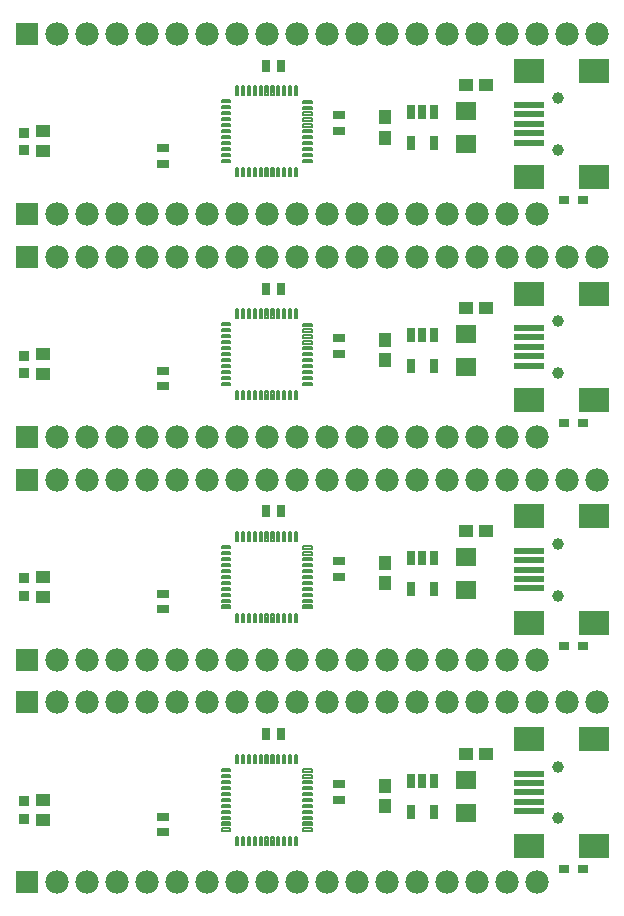
<source format=gts>
G75*
G70*
%OFA0B0*%
%FSLAX25Y25*%
%IPPOS*%
%LPD*%
%AMOC8*
5,1,8,0,0,1.08239X$1,22.5*
%
%ADD10R,0.03160X0.03940*%
%ADD13C,0.00750*%
%ADD19R,0.10240X0.08270*%
%ADD20R,0.04730X0.04340*%
%ADD22R,0.03550X0.03550*%
%ADD23R,0.10240X0.02370*%
%ADD26R,0.02570X0.05120*%
%ADD27C,0.03940*%
%ADD28R,0.03940X0.03160*%
%ADD31R,0.03750X0.03160*%
%ADD40R,0.07800X0.07800*%
%ADD41R,0.04340X0.04730*%
%ADD42R,0.06700X0.05910*%
%ADD44C,0.07800*%
X0010000Y0010000D02*
G75*
%LPD*%
D20*
X0022400Y0037950D03*
X0022400Y0044650D03*
X0163450Y0059900D03*
X0170140Y0059900D03*
D42*
X0163410Y0051280D03*
X0163410Y0040250D03*
D28*
X0121230Y0044650D03*
X0121230Y0049770D03*
X0062600Y0038860D03*
X0062600Y0033740D03*
D31*
X0196040Y0021500D03*
X0202340Y0021500D03*
D26*
X0152650Y0040650D03*
X0145170Y0040650D03*
X0145170Y0050880D03*
X0148910Y0050880D03*
X0152650Y0050880D03*
D40*
X0017000Y0017000D03*
X0017000Y0077000D03*
D44*
X0027000Y0077000D03*
X0037000Y0077000D03*
X0047000Y0077000D03*
X0057000Y0077000D03*
X0067000Y0077000D03*
X0077000Y0077000D03*
X0087000Y0077000D03*
X0097000Y0077000D03*
X0107000Y0077000D03*
X0117000Y0077000D03*
X0127000Y0077000D03*
X0137000Y0077000D03*
X0147000Y0077000D03*
X0157000Y0077000D03*
X0167000Y0077000D03*
X0177000Y0077000D03*
X0187000Y0077000D03*
X0197000Y0077000D03*
X0207000Y0077000D03*
X0187000Y0017000D03*
X0177000Y0017000D03*
X0167000Y0017000D03*
X0157000Y0017000D03*
X0147000Y0017000D03*
X0137000Y0017000D03*
X0127000Y0017000D03*
X0117000Y0017000D03*
X0107000Y0017000D03*
X0097000Y0017000D03*
X0087000Y0017000D03*
X0077000Y0017000D03*
X0067000Y0017000D03*
X0057000Y0017000D03*
X0047000Y0017000D03*
X0037000Y0017000D03*
X0027000Y0017000D03*
D41*
X0136410Y0042420D03*
X0136410Y0049110D03*
D22*
X0016000Y0044050D03*
X0016000Y0038150D03*
D13*
X0082000Y0038210D02*
X0084800Y0038210D01*
X0082000Y0038210D02*
X0082000Y0038970D01*
X0084800Y0038970D01*
X0084800Y0038210D01*
X0084800Y0038950D02*
X0082000Y0038950D01*
X0082000Y0040180D02*
X0084800Y0040180D01*
X0082000Y0040180D02*
X0082000Y0040940D01*
X0084800Y0040940D01*
X0084800Y0040180D01*
X0084800Y0040920D02*
X0082000Y0040920D01*
X0082100Y0042120D02*
X0084900Y0042120D01*
X0082100Y0042120D02*
X0082100Y0042880D01*
X0084900Y0042880D01*
X0084900Y0042120D01*
X0084900Y0042860D02*
X0082100Y0042860D01*
X0082100Y0044120D02*
X0084900Y0044120D01*
X0082100Y0044120D02*
X0082100Y0044880D01*
X0084900Y0044880D01*
X0084900Y0044120D01*
X0084900Y0044860D02*
X0082100Y0044860D01*
X0082100Y0046120D02*
X0084900Y0046120D01*
X0082100Y0046120D02*
X0082100Y0046880D01*
X0084900Y0046880D01*
X0084900Y0046120D01*
X0084900Y0046860D02*
X0082100Y0046860D01*
X0082100Y0048120D02*
X0084900Y0048120D01*
X0082100Y0048120D02*
X0082100Y0048880D01*
X0084900Y0048880D01*
X0084900Y0048120D01*
X0084900Y0048860D02*
X0082100Y0048860D01*
X0082100Y0050120D02*
X0084900Y0050120D01*
X0082100Y0050120D02*
X0082100Y0050880D01*
X0084900Y0050880D01*
X0084900Y0050120D01*
X0084900Y0050860D02*
X0082100Y0050860D01*
X0082100Y0052120D02*
X0084900Y0052120D01*
X0082100Y0052120D02*
X0082100Y0052880D01*
X0084900Y0052880D01*
X0084900Y0052120D01*
X0084900Y0052860D02*
X0082100Y0052860D01*
X0082100Y0054120D02*
X0084900Y0054120D01*
X0082100Y0054120D02*
X0082100Y0054880D01*
X0084900Y0054880D01*
X0084900Y0054120D01*
X0084900Y0054860D02*
X0082100Y0054860D01*
X0086770Y0056690D02*
X0087530Y0056690D01*
X0086770Y0056690D02*
X0086770Y0059490D01*
X0087530Y0059490D01*
X0087530Y0056690D01*
X0087530Y0057430D02*
X0086770Y0057430D01*
X0086770Y0058170D02*
X0087530Y0058170D01*
X0087530Y0058910D02*
X0086770Y0058910D01*
X0088740Y0056690D02*
X0089500Y0056690D01*
X0088740Y0056690D02*
X0088740Y0059490D01*
X0089500Y0059490D01*
X0089500Y0056690D01*
X0089500Y0057430D02*
X0088740Y0057430D01*
X0088740Y0058170D02*
X0089500Y0058170D01*
X0089500Y0058910D02*
X0088740Y0058910D01*
X0090710Y0056690D02*
X0091470Y0056690D01*
X0090710Y0056690D02*
X0090710Y0059490D01*
X0091470Y0059490D01*
X0091470Y0056690D01*
X0091470Y0057430D02*
X0090710Y0057430D01*
X0090710Y0058170D02*
X0091470Y0058170D01*
X0091470Y0058910D02*
X0090710Y0058910D01*
X0092680Y0056690D02*
X0093440Y0056690D01*
X0092680Y0056690D02*
X0092680Y0059490D01*
X0093440Y0059490D01*
X0093440Y0056690D01*
X0093440Y0057430D02*
X0092680Y0057430D01*
X0092680Y0058170D02*
X0093440Y0058170D01*
X0093440Y0058910D02*
X0092680Y0058910D01*
X0094650Y0056690D02*
X0095410Y0056690D01*
X0094650Y0056690D02*
X0094650Y0059490D01*
X0095410Y0059490D01*
X0095410Y0056690D01*
X0095410Y0057430D02*
X0094650Y0057430D01*
X0094650Y0058170D02*
X0095410Y0058170D01*
X0095410Y0058910D02*
X0094650Y0058910D01*
X0096620Y0056690D02*
X0097380Y0056690D01*
X0096620Y0056690D02*
X0096620Y0059490D01*
X0097380Y0059490D01*
X0097380Y0056690D01*
X0097380Y0057430D02*
X0096620Y0057430D01*
X0096620Y0058170D02*
X0097380Y0058170D01*
X0097380Y0058910D02*
X0096620Y0058910D01*
X0098580Y0056690D02*
X0099340Y0056690D01*
X0098580Y0056690D02*
X0098580Y0059490D01*
X0099340Y0059490D01*
X0099340Y0056690D01*
X0099340Y0057430D02*
X0098580Y0057430D01*
X0098580Y0058170D02*
X0099340Y0058170D01*
X0099340Y0058910D02*
X0098580Y0058910D01*
X0100550Y0056690D02*
X0101310Y0056690D01*
X0100550Y0056690D02*
X0100550Y0059490D01*
X0101310Y0059490D01*
X0101310Y0056690D01*
X0101310Y0057430D02*
X0100550Y0057430D01*
X0100550Y0058170D02*
X0101310Y0058170D01*
X0101310Y0058910D02*
X0100550Y0058910D01*
X0102520Y0056690D02*
X0103280Y0056690D01*
X0102520Y0056690D02*
X0102520Y0059490D01*
X0103280Y0059490D01*
X0103280Y0056690D01*
X0103280Y0057430D02*
X0102520Y0057430D01*
X0102520Y0058170D02*
X0103280Y0058170D01*
X0103280Y0058910D02*
X0102520Y0058910D01*
X0104490Y0056690D02*
X0105250Y0056690D01*
X0104490Y0056690D02*
X0104490Y0059490D01*
X0105250Y0059490D01*
X0105250Y0056690D01*
X0105250Y0057430D02*
X0104490Y0057430D01*
X0104490Y0058170D02*
X0105250Y0058170D01*
X0105250Y0058910D02*
X0104490Y0058910D01*
X0106460Y0056690D02*
X0107220Y0056690D01*
X0106460Y0056690D02*
X0106460Y0059490D01*
X0107220Y0059490D01*
X0107220Y0056690D01*
X0107220Y0057430D02*
X0106460Y0057430D01*
X0106460Y0058170D02*
X0107220Y0058170D01*
X0107220Y0058910D02*
X0106460Y0058910D01*
X0109190Y0053960D02*
X0111990Y0053960D01*
X0109190Y0053960D02*
X0109190Y0054720D01*
X0111990Y0054720D01*
X0111990Y0053960D01*
X0111990Y0054700D02*
X0109190Y0054700D01*
X0109190Y0051990D02*
X0111990Y0051990D01*
X0109190Y0051990D02*
X0109190Y0052750D01*
X0111990Y0052750D01*
X0111990Y0051990D01*
X0111990Y0052730D02*
X0109190Y0052730D01*
X0109190Y0050030D02*
X0111990Y0050030D01*
X0109190Y0050030D02*
X0109190Y0050790D01*
X0111990Y0050790D01*
X0111990Y0050030D01*
X0111990Y0050770D02*
X0109190Y0050770D01*
X0109190Y0048060D02*
X0111990Y0048060D01*
X0109190Y0048060D02*
X0109190Y0048820D01*
X0111990Y0048820D01*
X0111990Y0048060D01*
X0111990Y0048800D02*
X0109190Y0048800D01*
X0109190Y0046090D02*
X0111990Y0046090D01*
X0109190Y0046090D02*
X0109190Y0046850D01*
X0111990Y0046850D01*
X0111990Y0046090D01*
X0111990Y0046830D02*
X0109190Y0046830D01*
X0109190Y0044120D02*
X0111990Y0044120D01*
X0109190Y0044120D02*
X0109190Y0044880D01*
X0111990Y0044880D01*
X0111990Y0044120D01*
X0111990Y0044860D02*
X0109190Y0044860D01*
X0109190Y0042150D02*
X0111990Y0042150D01*
X0109190Y0042150D02*
X0109190Y0042910D01*
X0111990Y0042910D01*
X0111990Y0042150D01*
X0111990Y0042890D02*
X0109190Y0042890D01*
X0109190Y0040180D02*
X0111990Y0040180D01*
X0109190Y0040180D02*
X0109190Y0040940D01*
X0111990Y0040940D01*
X0111990Y0040180D01*
X0111990Y0040920D02*
X0109190Y0040920D01*
X0109190Y0038210D02*
X0111990Y0038210D01*
X0109190Y0038210D02*
X0109190Y0038970D01*
X0111990Y0038970D01*
X0111990Y0038210D01*
X0111990Y0038950D02*
X0109190Y0038950D01*
X0109190Y0036250D02*
X0111990Y0036250D01*
X0109190Y0036250D02*
X0109190Y0037010D01*
X0111990Y0037010D01*
X0111990Y0036250D01*
X0111990Y0036990D02*
X0109190Y0036990D01*
X0109190Y0034280D02*
X0111990Y0034280D01*
X0109190Y0034280D02*
X0109190Y0035040D01*
X0111990Y0035040D01*
X0111990Y0034280D01*
X0111990Y0035020D02*
X0109190Y0035020D01*
X0107220Y0029510D02*
X0106460Y0029510D01*
X0106460Y0032310D01*
X0107220Y0032310D01*
X0107220Y0029510D01*
X0107220Y0030250D02*
X0106460Y0030250D01*
X0106460Y0030990D02*
X0107220Y0030990D01*
X0107220Y0031730D02*
X0106460Y0031730D01*
X0105250Y0029510D02*
X0104490Y0029510D01*
X0104490Y0032310D01*
X0105250Y0032310D01*
X0105250Y0029510D01*
X0105250Y0030250D02*
X0104490Y0030250D01*
X0104490Y0030990D02*
X0105250Y0030990D01*
X0105250Y0031730D02*
X0104490Y0031730D01*
X0103280Y0029510D02*
X0102520Y0029510D01*
X0102520Y0032310D01*
X0103280Y0032310D01*
X0103280Y0029510D01*
X0103280Y0030250D02*
X0102520Y0030250D01*
X0102520Y0030990D02*
X0103280Y0030990D01*
X0103280Y0031730D02*
X0102520Y0031730D01*
X0101310Y0029510D02*
X0100550Y0029510D01*
X0100550Y0032310D01*
X0101310Y0032310D01*
X0101310Y0029510D01*
X0101310Y0030250D02*
X0100550Y0030250D01*
X0100550Y0030990D02*
X0101310Y0030990D01*
X0101310Y0031730D02*
X0100550Y0031730D01*
X0099340Y0029510D02*
X0098580Y0029510D01*
X0098580Y0032310D01*
X0099340Y0032310D01*
X0099340Y0029510D01*
X0099340Y0030250D02*
X0098580Y0030250D01*
X0098580Y0030990D02*
X0099340Y0030990D01*
X0099340Y0031730D02*
X0098580Y0031730D01*
X0097380Y0029510D02*
X0096620Y0029510D01*
X0096620Y0032310D01*
X0097380Y0032310D01*
X0097380Y0029510D01*
X0097380Y0030250D02*
X0096620Y0030250D01*
X0096620Y0030990D02*
X0097380Y0030990D01*
X0097380Y0031730D02*
X0096620Y0031730D01*
X0095410Y0029510D02*
X0094650Y0029510D01*
X0094650Y0032310D01*
X0095410Y0032310D01*
X0095410Y0029510D01*
X0095410Y0030250D02*
X0094650Y0030250D01*
X0094650Y0030990D02*
X0095410Y0030990D01*
X0095410Y0031730D02*
X0094650Y0031730D01*
X0093440Y0029510D02*
X0092680Y0029510D01*
X0092680Y0032310D01*
X0093440Y0032310D01*
X0093440Y0029510D01*
X0093440Y0030250D02*
X0092680Y0030250D01*
X0092680Y0030990D02*
X0093440Y0030990D01*
X0093440Y0031730D02*
X0092680Y0031730D01*
X0091470Y0029510D02*
X0090710Y0029510D01*
X0090710Y0032310D01*
X0091470Y0032310D01*
X0091470Y0029510D01*
X0091470Y0030250D02*
X0090710Y0030250D01*
X0090710Y0030990D02*
X0091470Y0030990D01*
X0091470Y0031730D02*
X0090710Y0031730D01*
X0089500Y0029510D02*
X0088740Y0029510D01*
X0088740Y0032310D01*
X0089500Y0032310D01*
X0089500Y0029510D01*
X0089500Y0030250D02*
X0088740Y0030250D01*
X0088740Y0030990D02*
X0089500Y0030990D01*
X0089500Y0031730D02*
X0088740Y0031730D01*
X0087530Y0029510D02*
X0086770Y0029510D01*
X0086770Y0032310D01*
X0087530Y0032310D01*
X0087530Y0029510D01*
X0087530Y0030250D02*
X0086770Y0030250D01*
X0086770Y0030990D02*
X0087530Y0030990D01*
X0087530Y0031730D02*
X0086770Y0031730D01*
X0084800Y0034280D02*
X0082000Y0034280D01*
X0082000Y0035040D01*
X0084800Y0035040D01*
X0084800Y0034280D01*
X0084800Y0035020D02*
X0082000Y0035020D01*
X0082000Y0036250D02*
X0084800Y0036250D01*
X0082000Y0036250D02*
X0082000Y0037010D01*
X0084800Y0037010D01*
X0084800Y0036250D01*
X0084800Y0036990D02*
X0082000Y0036990D01*
D10*
X0096850Y0066370D03*
X0101970Y0066370D03*
D23*
X0184350Y0053300D03*
X0184350Y0050150D03*
X0184350Y0047000D03*
X0184350Y0043850D03*
X0184350Y0040700D03*
D19*
X0184350Y0029280D03*
X0206010Y0029280D03*
X0206010Y0064720D03*
X0184350Y0064720D03*
D27*
X0194200Y0055660D03*
X0194200Y0038340D03*
X0010000Y0084300D02*
G75*
%LPD*%
D20*
X0022400Y0112250D03*
X0022400Y0118950D03*
X0163450Y0134200D03*
X0170140Y0134200D03*
D42*
X0163410Y0125580D03*
X0163410Y0114550D03*
D28*
X0121230Y0118950D03*
X0121230Y0124070D03*
X0062600Y0113160D03*
X0062600Y0108040D03*
D31*
X0196040Y0095800D03*
X0202340Y0095800D03*
D26*
X0152650Y0114950D03*
X0145170Y0114950D03*
X0145170Y0125180D03*
X0148910Y0125180D03*
X0152650Y0125180D03*
D40*
X0017000Y0091300D03*
X0017000Y0151300D03*
D44*
X0027000Y0151300D03*
X0037000Y0151300D03*
X0047000Y0151300D03*
X0057000Y0151300D03*
X0067000Y0151300D03*
X0077000Y0151300D03*
X0087000Y0151300D03*
X0097000Y0151300D03*
X0107000Y0151300D03*
X0117000Y0151300D03*
X0127000Y0151300D03*
X0137000Y0151300D03*
X0147000Y0151300D03*
X0157000Y0151300D03*
X0167000Y0151300D03*
X0177000Y0151300D03*
X0187000Y0151300D03*
X0197000Y0151300D03*
X0207000Y0151300D03*
X0187000Y0091300D03*
X0177000Y0091300D03*
X0167000Y0091300D03*
X0157000Y0091300D03*
X0147000Y0091300D03*
X0137000Y0091300D03*
X0127000Y0091300D03*
X0117000Y0091300D03*
X0107000Y0091300D03*
X0097000Y0091300D03*
X0087000Y0091300D03*
X0077000Y0091300D03*
X0067000Y0091300D03*
X0057000Y0091300D03*
X0047000Y0091300D03*
X0037000Y0091300D03*
X0027000Y0091300D03*
D41*
X0136410Y0116720D03*
X0136410Y0123410D03*
D22*
X0016000Y0118350D03*
X0016000Y0112450D03*
D13*
X0082000Y0112510D02*
X0084800Y0112510D01*
X0082000Y0112510D02*
X0082000Y0113270D01*
X0084800Y0113270D01*
X0084800Y0112510D01*
X0084800Y0113250D02*
X0082000Y0113250D01*
X0082000Y0114480D02*
X0084800Y0114480D01*
X0082000Y0114480D02*
X0082000Y0115240D01*
X0084800Y0115240D01*
X0084800Y0114480D01*
X0084800Y0115220D02*
X0082000Y0115220D01*
X0082100Y0116420D02*
X0084900Y0116420D01*
X0082100Y0116420D02*
X0082100Y0117180D01*
X0084900Y0117180D01*
X0084900Y0116420D01*
X0084900Y0117160D02*
X0082100Y0117160D01*
X0082100Y0118420D02*
X0084900Y0118420D01*
X0082100Y0118420D02*
X0082100Y0119180D01*
X0084900Y0119180D01*
X0084900Y0118420D01*
X0084900Y0119160D02*
X0082100Y0119160D01*
X0082100Y0120420D02*
X0084900Y0120420D01*
X0082100Y0120420D02*
X0082100Y0121180D01*
X0084900Y0121180D01*
X0084900Y0120420D01*
X0084900Y0121160D02*
X0082100Y0121160D01*
X0082100Y0122420D02*
X0084900Y0122420D01*
X0082100Y0122420D02*
X0082100Y0123180D01*
X0084900Y0123180D01*
X0084900Y0122420D01*
X0084900Y0123160D02*
X0082100Y0123160D01*
X0082100Y0124420D02*
X0084900Y0124420D01*
X0082100Y0124420D02*
X0082100Y0125180D01*
X0084900Y0125180D01*
X0084900Y0124420D01*
X0084900Y0125160D02*
X0082100Y0125160D01*
X0082100Y0126420D02*
X0084900Y0126420D01*
X0082100Y0126420D02*
X0082100Y0127180D01*
X0084900Y0127180D01*
X0084900Y0126420D01*
X0084900Y0127160D02*
X0082100Y0127160D01*
X0082100Y0128420D02*
X0084900Y0128420D01*
X0082100Y0128420D02*
X0082100Y0129180D01*
X0084900Y0129180D01*
X0084900Y0128420D01*
X0084900Y0129160D02*
X0082100Y0129160D01*
X0086770Y0130990D02*
X0087530Y0130990D01*
X0086770Y0130990D02*
X0086770Y0133790D01*
X0087530Y0133790D01*
X0087530Y0130990D01*
X0087530Y0131730D02*
X0086770Y0131730D01*
X0086770Y0132470D02*
X0087530Y0132470D01*
X0087530Y0133210D02*
X0086770Y0133210D01*
X0088740Y0130990D02*
X0089500Y0130990D01*
X0088740Y0130990D02*
X0088740Y0133790D01*
X0089500Y0133790D01*
X0089500Y0130990D01*
X0089500Y0131730D02*
X0088740Y0131730D01*
X0088740Y0132470D02*
X0089500Y0132470D01*
X0089500Y0133210D02*
X0088740Y0133210D01*
X0090710Y0130990D02*
X0091470Y0130990D01*
X0090710Y0130990D02*
X0090710Y0133790D01*
X0091470Y0133790D01*
X0091470Y0130990D01*
X0091470Y0131730D02*
X0090710Y0131730D01*
X0090710Y0132470D02*
X0091470Y0132470D01*
X0091470Y0133210D02*
X0090710Y0133210D01*
X0092680Y0130990D02*
X0093440Y0130990D01*
X0092680Y0130990D02*
X0092680Y0133790D01*
X0093440Y0133790D01*
X0093440Y0130990D01*
X0093440Y0131730D02*
X0092680Y0131730D01*
X0092680Y0132470D02*
X0093440Y0132470D01*
X0093440Y0133210D02*
X0092680Y0133210D01*
X0094650Y0130990D02*
X0095410Y0130990D01*
X0094650Y0130990D02*
X0094650Y0133790D01*
X0095410Y0133790D01*
X0095410Y0130990D01*
X0095410Y0131730D02*
X0094650Y0131730D01*
X0094650Y0132470D02*
X0095410Y0132470D01*
X0095410Y0133210D02*
X0094650Y0133210D01*
X0096620Y0130990D02*
X0097380Y0130990D01*
X0096620Y0130990D02*
X0096620Y0133790D01*
X0097380Y0133790D01*
X0097380Y0130990D01*
X0097380Y0131730D02*
X0096620Y0131730D01*
X0096620Y0132470D02*
X0097380Y0132470D01*
X0097380Y0133210D02*
X0096620Y0133210D01*
X0098580Y0130990D02*
X0099340Y0130990D01*
X0098580Y0130990D02*
X0098580Y0133790D01*
X0099340Y0133790D01*
X0099340Y0130990D01*
X0099340Y0131730D02*
X0098580Y0131730D01*
X0098580Y0132470D02*
X0099340Y0132470D01*
X0099340Y0133210D02*
X0098580Y0133210D01*
X0100550Y0130990D02*
X0101310Y0130990D01*
X0100550Y0130990D02*
X0100550Y0133790D01*
X0101310Y0133790D01*
X0101310Y0130990D01*
X0101310Y0131730D02*
X0100550Y0131730D01*
X0100550Y0132470D02*
X0101310Y0132470D01*
X0101310Y0133210D02*
X0100550Y0133210D01*
X0102520Y0130990D02*
X0103280Y0130990D01*
X0102520Y0130990D02*
X0102520Y0133790D01*
X0103280Y0133790D01*
X0103280Y0130990D01*
X0103280Y0131730D02*
X0102520Y0131730D01*
X0102520Y0132470D02*
X0103280Y0132470D01*
X0103280Y0133210D02*
X0102520Y0133210D01*
X0104490Y0130990D02*
X0105250Y0130990D01*
X0104490Y0130990D02*
X0104490Y0133790D01*
X0105250Y0133790D01*
X0105250Y0130990D01*
X0105250Y0131730D02*
X0104490Y0131730D01*
X0104490Y0132470D02*
X0105250Y0132470D01*
X0105250Y0133210D02*
X0104490Y0133210D01*
X0106460Y0130990D02*
X0107220Y0130990D01*
X0106460Y0130990D02*
X0106460Y0133790D01*
X0107220Y0133790D01*
X0107220Y0130990D01*
X0107220Y0131730D02*
X0106460Y0131730D01*
X0106460Y0132470D02*
X0107220Y0132470D01*
X0107220Y0133210D02*
X0106460Y0133210D01*
X0109190Y0128260D02*
X0111990Y0128260D01*
X0109190Y0128260D02*
X0109190Y0129020D01*
X0111990Y0129020D01*
X0111990Y0128260D01*
X0111990Y0129000D02*
X0109190Y0129000D01*
X0109190Y0126290D02*
X0111990Y0126290D01*
X0109190Y0126290D02*
X0109190Y0127050D01*
X0111990Y0127050D01*
X0111990Y0126290D01*
X0111990Y0127030D02*
X0109190Y0127030D01*
X0109190Y0124330D02*
X0111990Y0124330D01*
X0109190Y0124330D02*
X0109190Y0125090D01*
X0111990Y0125090D01*
X0111990Y0124330D01*
X0111990Y0125070D02*
X0109190Y0125070D01*
X0109190Y0122360D02*
X0111990Y0122360D01*
X0109190Y0122360D02*
X0109190Y0123120D01*
X0111990Y0123120D01*
X0111990Y0122360D01*
X0111990Y0123100D02*
X0109190Y0123100D01*
X0109190Y0120390D02*
X0111990Y0120390D01*
X0109190Y0120390D02*
X0109190Y0121150D01*
X0111990Y0121150D01*
X0111990Y0120390D01*
X0111990Y0121130D02*
X0109190Y0121130D01*
X0109190Y0118420D02*
X0111990Y0118420D01*
X0109190Y0118420D02*
X0109190Y0119180D01*
X0111990Y0119180D01*
X0111990Y0118420D01*
X0111990Y0119160D02*
X0109190Y0119160D01*
X0109190Y0116450D02*
X0111990Y0116450D01*
X0109190Y0116450D02*
X0109190Y0117210D01*
X0111990Y0117210D01*
X0111990Y0116450D01*
X0111990Y0117190D02*
X0109190Y0117190D01*
X0109190Y0114480D02*
X0111990Y0114480D01*
X0109190Y0114480D02*
X0109190Y0115240D01*
X0111990Y0115240D01*
X0111990Y0114480D01*
X0111990Y0115220D02*
X0109190Y0115220D01*
X0109190Y0112510D02*
X0111990Y0112510D01*
X0109190Y0112510D02*
X0109190Y0113270D01*
X0111990Y0113270D01*
X0111990Y0112510D01*
X0111990Y0113250D02*
X0109190Y0113250D01*
X0109190Y0110550D02*
X0111990Y0110550D01*
X0109190Y0110550D02*
X0109190Y0111310D01*
X0111990Y0111310D01*
X0111990Y0110550D01*
X0111990Y0111290D02*
X0109190Y0111290D01*
X0109190Y0108580D02*
X0111990Y0108580D01*
X0109190Y0108580D02*
X0109190Y0109340D01*
X0111990Y0109340D01*
X0111990Y0108580D01*
X0111990Y0109320D02*
X0109190Y0109320D01*
X0107220Y0103810D02*
X0106460Y0103810D01*
X0106460Y0106610D01*
X0107220Y0106610D01*
X0107220Y0103810D01*
X0107220Y0104550D02*
X0106460Y0104550D01*
X0106460Y0105290D02*
X0107220Y0105290D01*
X0107220Y0106030D02*
X0106460Y0106030D01*
X0105250Y0103810D02*
X0104490Y0103810D01*
X0104490Y0106610D01*
X0105250Y0106610D01*
X0105250Y0103810D01*
X0105250Y0104550D02*
X0104490Y0104550D01*
X0104490Y0105290D02*
X0105250Y0105290D01*
X0105250Y0106030D02*
X0104490Y0106030D01*
X0103280Y0103810D02*
X0102520Y0103810D01*
X0102520Y0106610D01*
X0103280Y0106610D01*
X0103280Y0103810D01*
X0103280Y0104550D02*
X0102520Y0104550D01*
X0102520Y0105290D02*
X0103280Y0105290D01*
X0103280Y0106030D02*
X0102520Y0106030D01*
X0101310Y0103810D02*
X0100550Y0103810D01*
X0100550Y0106610D01*
X0101310Y0106610D01*
X0101310Y0103810D01*
X0101310Y0104550D02*
X0100550Y0104550D01*
X0100550Y0105290D02*
X0101310Y0105290D01*
X0101310Y0106030D02*
X0100550Y0106030D01*
X0099340Y0103810D02*
X0098580Y0103810D01*
X0098580Y0106610D01*
X0099340Y0106610D01*
X0099340Y0103810D01*
X0099340Y0104550D02*
X0098580Y0104550D01*
X0098580Y0105290D02*
X0099340Y0105290D01*
X0099340Y0106030D02*
X0098580Y0106030D01*
X0097380Y0103810D02*
X0096620Y0103810D01*
X0096620Y0106610D01*
X0097380Y0106610D01*
X0097380Y0103810D01*
X0097380Y0104550D02*
X0096620Y0104550D01*
X0096620Y0105290D02*
X0097380Y0105290D01*
X0097380Y0106030D02*
X0096620Y0106030D01*
X0095410Y0103810D02*
X0094650Y0103810D01*
X0094650Y0106610D01*
X0095410Y0106610D01*
X0095410Y0103810D01*
X0095410Y0104550D02*
X0094650Y0104550D01*
X0094650Y0105290D02*
X0095410Y0105290D01*
X0095410Y0106030D02*
X0094650Y0106030D01*
X0093440Y0103810D02*
X0092680Y0103810D01*
X0092680Y0106610D01*
X0093440Y0106610D01*
X0093440Y0103810D01*
X0093440Y0104550D02*
X0092680Y0104550D01*
X0092680Y0105290D02*
X0093440Y0105290D01*
X0093440Y0106030D02*
X0092680Y0106030D01*
X0091470Y0103810D02*
X0090710Y0103810D01*
X0090710Y0106610D01*
X0091470Y0106610D01*
X0091470Y0103810D01*
X0091470Y0104550D02*
X0090710Y0104550D01*
X0090710Y0105290D02*
X0091470Y0105290D01*
X0091470Y0106030D02*
X0090710Y0106030D01*
X0089500Y0103810D02*
X0088740Y0103810D01*
X0088740Y0106610D01*
X0089500Y0106610D01*
X0089500Y0103810D01*
X0089500Y0104550D02*
X0088740Y0104550D01*
X0088740Y0105290D02*
X0089500Y0105290D01*
X0089500Y0106030D02*
X0088740Y0106030D01*
X0087530Y0103810D02*
X0086770Y0103810D01*
X0086770Y0106610D01*
X0087530Y0106610D01*
X0087530Y0103810D01*
X0087530Y0104550D02*
X0086770Y0104550D01*
X0086770Y0105290D02*
X0087530Y0105290D01*
X0087530Y0106030D02*
X0086770Y0106030D01*
X0084800Y0108580D02*
X0082000Y0108580D01*
X0082000Y0109340D01*
X0084800Y0109340D01*
X0084800Y0108580D01*
X0084800Y0109320D02*
X0082000Y0109320D01*
X0082000Y0110550D02*
X0084800Y0110550D01*
X0082000Y0110550D02*
X0082000Y0111310D01*
X0084800Y0111310D01*
X0084800Y0110550D01*
X0084800Y0111290D02*
X0082000Y0111290D01*
D10*
X0096850Y0140670D03*
X0101970Y0140670D03*
D23*
X0184350Y0127600D03*
X0184350Y0124450D03*
X0184350Y0121300D03*
X0184350Y0118150D03*
X0184350Y0115000D03*
D19*
X0184350Y0103580D03*
X0206010Y0103580D03*
X0206010Y0139020D03*
X0184350Y0139020D03*
D27*
X0194200Y0129960D03*
X0194200Y0112640D03*
X0010000Y0158600D02*
G75*
%LPD*%
D20*
X0022400Y0186550D03*
X0022400Y0193250D03*
X0163450Y0208500D03*
X0170140Y0208500D03*
D42*
X0163410Y0199880D03*
X0163410Y0188850D03*
D28*
X0121230Y0193250D03*
X0121230Y0198370D03*
X0062600Y0187460D03*
X0062600Y0182340D03*
D31*
X0196040Y0170100D03*
X0202340Y0170100D03*
D26*
X0152650Y0189250D03*
X0145170Y0189250D03*
X0145170Y0199480D03*
X0148910Y0199480D03*
X0152650Y0199480D03*
D40*
X0017000Y0165600D03*
X0017000Y0225600D03*
D44*
X0027000Y0225600D03*
X0037000Y0225600D03*
X0047000Y0225600D03*
X0057000Y0225600D03*
X0067000Y0225600D03*
X0077000Y0225600D03*
X0087000Y0225600D03*
X0097000Y0225600D03*
X0107000Y0225600D03*
X0117000Y0225600D03*
X0127000Y0225600D03*
X0137000Y0225600D03*
X0147000Y0225600D03*
X0157000Y0225600D03*
X0167000Y0225600D03*
X0177000Y0225600D03*
X0187000Y0225600D03*
X0197000Y0225600D03*
X0207000Y0225600D03*
X0187000Y0165600D03*
X0177000Y0165600D03*
X0167000Y0165600D03*
X0157000Y0165600D03*
X0147000Y0165600D03*
X0137000Y0165600D03*
X0127000Y0165600D03*
X0117000Y0165600D03*
X0107000Y0165600D03*
X0097000Y0165600D03*
X0087000Y0165600D03*
X0077000Y0165600D03*
X0067000Y0165600D03*
X0057000Y0165600D03*
X0047000Y0165600D03*
X0037000Y0165600D03*
X0027000Y0165600D03*
D41*
X0136410Y0191020D03*
X0136410Y0197710D03*
D22*
X0016000Y0192650D03*
X0016000Y0186750D03*
D13*
X0082000Y0186810D02*
X0084800Y0186810D01*
X0082000Y0186810D02*
X0082000Y0187570D01*
X0084800Y0187570D01*
X0084800Y0186810D01*
X0084800Y0187550D02*
X0082000Y0187550D01*
X0082000Y0188780D02*
X0084800Y0188780D01*
X0082000Y0188780D02*
X0082000Y0189540D01*
X0084800Y0189540D01*
X0084800Y0188780D01*
X0084800Y0189520D02*
X0082000Y0189520D01*
X0082100Y0190720D02*
X0084900Y0190720D01*
X0082100Y0190720D02*
X0082100Y0191480D01*
X0084900Y0191480D01*
X0084900Y0190720D01*
X0084900Y0191460D02*
X0082100Y0191460D01*
X0082100Y0192720D02*
X0084900Y0192720D01*
X0082100Y0192720D02*
X0082100Y0193480D01*
X0084900Y0193480D01*
X0084900Y0192720D01*
X0084900Y0193460D02*
X0082100Y0193460D01*
X0082100Y0194720D02*
X0084900Y0194720D01*
X0082100Y0194720D02*
X0082100Y0195480D01*
X0084900Y0195480D01*
X0084900Y0194720D01*
X0084900Y0195460D02*
X0082100Y0195460D01*
X0082100Y0196720D02*
X0084900Y0196720D01*
X0082100Y0196720D02*
X0082100Y0197480D01*
X0084900Y0197480D01*
X0084900Y0196720D01*
X0084900Y0197460D02*
X0082100Y0197460D01*
X0082100Y0198720D02*
X0084900Y0198720D01*
X0082100Y0198720D02*
X0082100Y0199480D01*
X0084900Y0199480D01*
X0084900Y0198720D01*
X0084900Y0199460D02*
X0082100Y0199460D01*
X0082100Y0200720D02*
X0084900Y0200720D01*
X0082100Y0200720D02*
X0082100Y0201480D01*
X0084900Y0201480D01*
X0084900Y0200720D01*
X0084900Y0201460D02*
X0082100Y0201460D01*
X0082100Y0202720D02*
X0084900Y0202720D01*
X0082100Y0202720D02*
X0082100Y0203480D01*
X0084900Y0203480D01*
X0084900Y0202720D01*
X0084900Y0203460D02*
X0082100Y0203460D01*
X0086770Y0205290D02*
X0087530Y0205290D01*
X0086770Y0205290D02*
X0086770Y0208090D01*
X0087530Y0208090D01*
X0087530Y0205290D01*
X0087530Y0206030D02*
X0086770Y0206030D01*
X0086770Y0206770D02*
X0087530Y0206770D01*
X0087530Y0207510D02*
X0086770Y0207510D01*
X0088740Y0205290D02*
X0089500Y0205290D01*
X0088740Y0205290D02*
X0088740Y0208090D01*
X0089500Y0208090D01*
X0089500Y0205290D01*
X0089500Y0206030D02*
X0088740Y0206030D01*
X0088740Y0206770D02*
X0089500Y0206770D01*
X0089500Y0207510D02*
X0088740Y0207510D01*
X0090710Y0205290D02*
X0091470Y0205290D01*
X0090710Y0205290D02*
X0090710Y0208090D01*
X0091470Y0208090D01*
X0091470Y0205290D01*
X0091470Y0206030D02*
X0090710Y0206030D01*
X0090710Y0206770D02*
X0091470Y0206770D01*
X0091470Y0207510D02*
X0090710Y0207510D01*
X0092680Y0205290D02*
X0093440Y0205290D01*
X0092680Y0205290D02*
X0092680Y0208090D01*
X0093440Y0208090D01*
X0093440Y0205290D01*
X0093440Y0206030D02*
X0092680Y0206030D01*
X0092680Y0206770D02*
X0093440Y0206770D01*
X0093440Y0207510D02*
X0092680Y0207510D01*
X0094650Y0205290D02*
X0095410Y0205290D01*
X0094650Y0205290D02*
X0094650Y0208090D01*
X0095410Y0208090D01*
X0095410Y0205290D01*
X0095410Y0206030D02*
X0094650Y0206030D01*
X0094650Y0206770D02*
X0095410Y0206770D01*
X0095410Y0207510D02*
X0094650Y0207510D01*
X0096620Y0205290D02*
X0097380Y0205290D01*
X0096620Y0205290D02*
X0096620Y0208090D01*
X0097380Y0208090D01*
X0097380Y0205290D01*
X0097380Y0206030D02*
X0096620Y0206030D01*
X0096620Y0206770D02*
X0097380Y0206770D01*
X0097380Y0207510D02*
X0096620Y0207510D01*
X0098580Y0205290D02*
X0099340Y0205290D01*
X0098580Y0205290D02*
X0098580Y0208090D01*
X0099340Y0208090D01*
X0099340Y0205290D01*
X0099340Y0206030D02*
X0098580Y0206030D01*
X0098580Y0206770D02*
X0099340Y0206770D01*
X0099340Y0207510D02*
X0098580Y0207510D01*
X0100550Y0205290D02*
X0101310Y0205290D01*
X0100550Y0205290D02*
X0100550Y0208090D01*
X0101310Y0208090D01*
X0101310Y0205290D01*
X0101310Y0206030D02*
X0100550Y0206030D01*
X0100550Y0206770D02*
X0101310Y0206770D01*
X0101310Y0207510D02*
X0100550Y0207510D01*
X0102520Y0205290D02*
X0103280Y0205290D01*
X0102520Y0205290D02*
X0102520Y0208090D01*
X0103280Y0208090D01*
X0103280Y0205290D01*
X0103280Y0206030D02*
X0102520Y0206030D01*
X0102520Y0206770D02*
X0103280Y0206770D01*
X0103280Y0207510D02*
X0102520Y0207510D01*
X0104490Y0205290D02*
X0105250Y0205290D01*
X0104490Y0205290D02*
X0104490Y0208090D01*
X0105250Y0208090D01*
X0105250Y0205290D01*
X0105250Y0206030D02*
X0104490Y0206030D01*
X0104490Y0206770D02*
X0105250Y0206770D01*
X0105250Y0207510D02*
X0104490Y0207510D01*
X0106460Y0205290D02*
X0107220Y0205290D01*
X0106460Y0205290D02*
X0106460Y0208090D01*
X0107220Y0208090D01*
X0107220Y0205290D01*
X0107220Y0206030D02*
X0106460Y0206030D01*
X0106460Y0206770D02*
X0107220Y0206770D01*
X0107220Y0207510D02*
X0106460Y0207510D01*
X0109190Y0202560D02*
X0111990Y0202560D01*
X0109190Y0202560D02*
X0109190Y0203320D01*
X0111990Y0203320D01*
X0111990Y0202560D01*
X0111990Y0203300D02*
X0109190Y0203300D01*
X0109190Y0200590D02*
X0111990Y0200590D01*
X0109190Y0200590D02*
X0109190Y0201350D01*
X0111990Y0201350D01*
X0111990Y0200590D01*
X0111990Y0201330D02*
X0109190Y0201330D01*
X0109190Y0198630D02*
X0111990Y0198630D01*
X0109190Y0198630D02*
X0109190Y0199390D01*
X0111990Y0199390D01*
X0111990Y0198630D01*
X0111990Y0199370D02*
X0109190Y0199370D01*
X0109190Y0196660D02*
X0111990Y0196660D01*
X0109190Y0196660D02*
X0109190Y0197420D01*
X0111990Y0197420D01*
X0111990Y0196660D01*
X0111990Y0197400D02*
X0109190Y0197400D01*
X0109190Y0194690D02*
X0111990Y0194690D01*
X0109190Y0194690D02*
X0109190Y0195450D01*
X0111990Y0195450D01*
X0111990Y0194690D01*
X0111990Y0195430D02*
X0109190Y0195430D01*
X0109190Y0192720D02*
X0111990Y0192720D01*
X0109190Y0192720D02*
X0109190Y0193480D01*
X0111990Y0193480D01*
X0111990Y0192720D01*
X0111990Y0193460D02*
X0109190Y0193460D01*
X0109190Y0190750D02*
X0111990Y0190750D01*
X0109190Y0190750D02*
X0109190Y0191510D01*
X0111990Y0191510D01*
X0111990Y0190750D01*
X0111990Y0191490D02*
X0109190Y0191490D01*
X0109190Y0188780D02*
X0111990Y0188780D01*
X0109190Y0188780D02*
X0109190Y0189540D01*
X0111990Y0189540D01*
X0111990Y0188780D01*
X0111990Y0189520D02*
X0109190Y0189520D01*
X0109190Y0186810D02*
X0111990Y0186810D01*
X0109190Y0186810D02*
X0109190Y0187570D01*
X0111990Y0187570D01*
X0111990Y0186810D01*
X0111990Y0187550D02*
X0109190Y0187550D01*
X0109190Y0184850D02*
X0111990Y0184850D01*
X0109190Y0184850D02*
X0109190Y0185610D01*
X0111990Y0185610D01*
X0111990Y0184850D01*
X0111990Y0185590D02*
X0109190Y0185590D01*
X0109190Y0182880D02*
X0111990Y0182880D01*
X0109190Y0182880D02*
X0109190Y0183640D01*
X0111990Y0183640D01*
X0111990Y0182880D01*
X0111990Y0183620D02*
X0109190Y0183620D01*
X0107220Y0178110D02*
X0106460Y0178110D01*
X0106460Y0180910D01*
X0107220Y0180910D01*
X0107220Y0178110D01*
X0107220Y0178850D02*
X0106460Y0178850D01*
X0106460Y0179590D02*
X0107220Y0179590D01*
X0107220Y0180330D02*
X0106460Y0180330D01*
X0105250Y0178110D02*
X0104490Y0178110D01*
X0104490Y0180910D01*
X0105250Y0180910D01*
X0105250Y0178110D01*
X0105250Y0178850D02*
X0104490Y0178850D01*
X0104490Y0179590D02*
X0105250Y0179590D01*
X0105250Y0180330D02*
X0104490Y0180330D01*
X0103280Y0178110D02*
X0102520Y0178110D01*
X0102520Y0180910D01*
X0103280Y0180910D01*
X0103280Y0178110D01*
X0103280Y0178850D02*
X0102520Y0178850D01*
X0102520Y0179590D02*
X0103280Y0179590D01*
X0103280Y0180330D02*
X0102520Y0180330D01*
X0101310Y0178110D02*
X0100550Y0178110D01*
X0100550Y0180910D01*
X0101310Y0180910D01*
X0101310Y0178110D01*
X0101310Y0178850D02*
X0100550Y0178850D01*
X0100550Y0179590D02*
X0101310Y0179590D01*
X0101310Y0180330D02*
X0100550Y0180330D01*
X0099340Y0178110D02*
X0098580Y0178110D01*
X0098580Y0180910D01*
X0099340Y0180910D01*
X0099340Y0178110D01*
X0099340Y0178850D02*
X0098580Y0178850D01*
X0098580Y0179590D02*
X0099340Y0179590D01*
X0099340Y0180330D02*
X0098580Y0180330D01*
X0097380Y0178110D02*
X0096620Y0178110D01*
X0096620Y0180910D01*
X0097380Y0180910D01*
X0097380Y0178110D01*
X0097380Y0178850D02*
X0096620Y0178850D01*
X0096620Y0179590D02*
X0097380Y0179590D01*
X0097380Y0180330D02*
X0096620Y0180330D01*
X0095410Y0178110D02*
X0094650Y0178110D01*
X0094650Y0180910D01*
X0095410Y0180910D01*
X0095410Y0178110D01*
X0095410Y0178850D02*
X0094650Y0178850D01*
X0094650Y0179590D02*
X0095410Y0179590D01*
X0095410Y0180330D02*
X0094650Y0180330D01*
X0093440Y0178110D02*
X0092680Y0178110D01*
X0092680Y0180910D01*
X0093440Y0180910D01*
X0093440Y0178110D01*
X0093440Y0178850D02*
X0092680Y0178850D01*
X0092680Y0179590D02*
X0093440Y0179590D01*
X0093440Y0180330D02*
X0092680Y0180330D01*
X0091470Y0178110D02*
X0090710Y0178110D01*
X0090710Y0180910D01*
X0091470Y0180910D01*
X0091470Y0178110D01*
X0091470Y0178850D02*
X0090710Y0178850D01*
X0090710Y0179590D02*
X0091470Y0179590D01*
X0091470Y0180330D02*
X0090710Y0180330D01*
X0089500Y0178110D02*
X0088740Y0178110D01*
X0088740Y0180910D01*
X0089500Y0180910D01*
X0089500Y0178110D01*
X0089500Y0178850D02*
X0088740Y0178850D01*
X0088740Y0179590D02*
X0089500Y0179590D01*
X0089500Y0180330D02*
X0088740Y0180330D01*
X0087530Y0178110D02*
X0086770Y0178110D01*
X0086770Y0180910D01*
X0087530Y0180910D01*
X0087530Y0178110D01*
X0087530Y0178850D02*
X0086770Y0178850D01*
X0086770Y0179590D02*
X0087530Y0179590D01*
X0087530Y0180330D02*
X0086770Y0180330D01*
X0084800Y0182880D02*
X0082000Y0182880D01*
X0082000Y0183640D01*
X0084800Y0183640D01*
X0084800Y0182880D01*
X0084800Y0183620D02*
X0082000Y0183620D01*
X0082000Y0184850D02*
X0084800Y0184850D01*
X0082000Y0184850D02*
X0082000Y0185610D01*
X0084800Y0185610D01*
X0084800Y0184850D01*
X0084800Y0185590D02*
X0082000Y0185590D01*
D10*
X0096850Y0214970D03*
X0101970Y0214970D03*
D23*
X0184350Y0201900D03*
X0184350Y0198750D03*
X0184350Y0195600D03*
X0184350Y0192450D03*
X0184350Y0189300D03*
D19*
X0184350Y0177880D03*
X0206010Y0177880D03*
X0206010Y0213320D03*
X0184350Y0213320D03*
D27*
X0194200Y0204260D03*
X0194200Y0186940D03*
X0010000Y0232900D02*
G75*
%LPD*%
D20*
X0022400Y0260850D03*
X0022400Y0267550D03*
X0163450Y0282800D03*
X0170140Y0282800D03*
D42*
X0163410Y0274180D03*
X0163410Y0263150D03*
D28*
X0121230Y0267550D03*
X0121230Y0272670D03*
X0062600Y0261760D03*
X0062600Y0256640D03*
D31*
X0196040Y0244400D03*
X0202340Y0244400D03*
D26*
X0152650Y0263550D03*
X0145170Y0263550D03*
X0145170Y0273780D03*
X0148910Y0273780D03*
X0152650Y0273780D03*
D40*
X0017000Y0239900D03*
X0017000Y0299900D03*
D44*
X0027000Y0299900D03*
X0037000Y0299900D03*
X0047000Y0299900D03*
X0057000Y0299900D03*
X0067000Y0299900D03*
X0077000Y0299900D03*
X0087000Y0299900D03*
X0097000Y0299900D03*
X0107000Y0299900D03*
X0117000Y0299900D03*
X0127000Y0299900D03*
X0137000Y0299900D03*
X0147000Y0299900D03*
X0157000Y0299900D03*
X0167000Y0299900D03*
X0177000Y0299900D03*
X0187000Y0299900D03*
X0197000Y0299900D03*
X0207000Y0299900D03*
X0187000Y0239900D03*
X0177000Y0239900D03*
X0167000Y0239900D03*
X0157000Y0239900D03*
X0147000Y0239900D03*
X0137000Y0239900D03*
X0127000Y0239900D03*
X0117000Y0239900D03*
X0107000Y0239900D03*
X0097000Y0239900D03*
X0087000Y0239900D03*
X0077000Y0239900D03*
X0067000Y0239900D03*
X0057000Y0239900D03*
X0047000Y0239900D03*
X0037000Y0239900D03*
X0027000Y0239900D03*
D41*
X0136410Y0265320D03*
X0136410Y0272010D03*
D22*
X0016000Y0266950D03*
X0016000Y0261050D03*
D13*
X0082000Y0261110D02*
X0084800Y0261110D01*
X0082000Y0261110D02*
X0082000Y0261870D01*
X0084800Y0261870D01*
X0084800Y0261110D01*
X0084800Y0261850D02*
X0082000Y0261850D01*
X0082000Y0263080D02*
X0084800Y0263080D01*
X0082000Y0263080D02*
X0082000Y0263840D01*
X0084800Y0263840D01*
X0084800Y0263080D01*
X0084800Y0263820D02*
X0082000Y0263820D01*
X0082100Y0265020D02*
X0084900Y0265020D01*
X0082100Y0265020D02*
X0082100Y0265780D01*
X0084900Y0265780D01*
X0084900Y0265020D01*
X0084900Y0265760D02*
X0082100Y0265760D01*
X0082100Y0267020D02*
X0084900Y0267020D01*
X0082100Y0267020D02*
X0082100Y0267780D01*
X0084900Y0267780D01*
X0084900Y0267020D01*
X0084900Y0267760D02*
X0082100Y0267760D01*
X0082100Y0269020D02*
X0084900Y0269020D01*
X0082100Y0269020D02*
X0082100Y0269780D01*
X0084900Y0269780D01*
X0084900Y0269020D01*
X0084900Y0269760D02*
X0082100Y0269760D01*
X0082100Y0271020D02*
X0084900Y0271020D01*
X0082100Y0271020D02*
X0082100Y0271780D01*
X0084900Y0271780D01*
X0084900Y0271020D01*
X0084900Y0271760D02*
X0082100Y0271760D01*
X0082100Y0273020D02*
X0084900Y0273020D01*
X0082100Y0273020D02*
X0082100Y0273780D01*
X0084900Y0273780D01*
X0084900Y0273020D01*
X0084900Y0273760D02*
X0082100Y0273760D01*
X0082100Y0275020D02*
X0084900Y0275020D01*
X0082100Y0275020D02*
X0082100Y0275780D01*
X0084900Y0275780D01*
X0084900Y0275020D01*
X0084900Y0275760D02*
X0082100Y0275760D01*
X0082100Y0277020D02*
X0084900Y0277020D01*
X0082100Y0277020D02*
X0082100Y0277780D01*
X0084900Y0277780D01*
X0084900Y0277020D01*
X0084900Y0277760D02*
X0082100Y0277760D01*
X0086770Y0279590D02*
X0087530Y0279590D01*
X0086770Y0279590D02*
X0086770Y0282390D01*
X0087530Y0282390D01*
X0087530Y0279590D01*
X0087530Y0280330D02*
X0086770Y0280330D01*
X0086770Y0281070D02*
X0087530Y0281070D01*
X0087530Y0281810D02*
X0086770Y0281810D01*
X0088740Y0279590D02*
X0089500Y0279590D01*
X0088740Y0279590D02*
X0088740Y0282390D01*
X0089500Y0282390D01*
X0089500Y0279590D01*
X0089500Y0280330D02*
X0088740Y0280330D01*
X0088740Y0281070D02*
X0089500Y0281070D01*
X0089500Y0281810D02*
X0088740Y0281810D01*
X0090710Y0279590D02*
X0091470Y0279590D01*
X0090710Y0279590D02*
X0090710Y0282390D01*
X0091470Y0282390D01*
X0091470Y0279590D01*
X0091470Y0280330D02*
X0090710Y0280330D01*
X0090710Y0281070D02*
X0091470Y0281070D01*
X0091470Y0281810D02*
X0090710Y0281810D01*
X0092680Y0279590D02*
X0093440Y0279590D01*
X0092680Y0279590D02*
X0092680Y0282390D01*
X0093440Y0282390D01*
X0093440Y0279590D01*
X0093440Y0280330D02*
X0092680Y0280330D01*
X0092680Y0281070D02*
X0093440Y0281070D01*
X0093440Y0281810D02*
X0092680Y0281810D01*
X0094650Y0279590D02*
X0095410Y0279590D01*
X0094650Y0279590D02*
X0094650Y0282390D01*
X0095410Y0282390D01*
X0095410Y0279590D01*
X0095410Y0280330D02*
X0094650Y0280330D01*
X0094650Y0281070D02*
X0095410Y0281070D01*
X0095410Y0281810D02*
X0094650Y0281810D01*
X0096620Y0279590D02*
X0097380Y0279590D01*
X0096620Y0279590D02*
X0096620Y0282390D01*
X0097380Y0282390D01*
X0097380Y0279590D01*
X0097380Y0280330D02*
X0096620Y0280330D01*
X0096620Y0281070D02*
X0097380Y0281070D01*
X0097380Y0281810D02*
X0096620Y0281810D01*
X0098580Y0279590D02*
X0099340Y0279590D01*
X0098580Y0279590D02*
X0098580Y0282390D01*
X0099340Y0282390D01*
X0099340Y0279590D01*
X0099340Y0280330D02*
X0098580Y0280330D01*
X0098580Y0281070D02*
X0099340Y0281070D01*
X0099340Y0281810D02*
X0098580Y0281810D01*
X0100550Y0279590D02*
X0101310Y0279590D01*
X0100550Y0279590D02*
X0100550Y0282390D01*
X0101310Y0282390D01*
X0101310Y0279590D01*
X0101310Y0280330D02*
X0100550Y0280330D01*
X0100550Y0281070D02*
X0101310Y0281070D01*
X0101310Y0281810D02*
X0100550Y0281810D01*
X0102520Y0279590D02*
X0103280Y0279590D01*
X0102520Y0279590D02*
X0102520Y0282390D01*
X0103280Y0282390D01*
X0103280Y0279590D01*
X0103280Y0280330D02*
X0102520Y0280330D01*
X0102520Y0281070D02*
X0103280Y0281070D01*
X0103280Y0281810D02*
X0102520Y0281810D01*
X0104490Y0279590D02*
X0105250Y0279590D01*
X0104490Y0279590D02*
X0104490Y0282390D01*
X0105250Y0282390D01*
X0105250Y0279590D01*
X0105250Y0280330D02*
X0104490Y0280330D01*
X0104490Y0281070D02*
X0105250Y0281070D01*
X0105250Y0281810D02*
X0104490Y0281810D01*
X0106460Y0279590D02*
X0107220Y0279590D01*
X0106460Y0279590D02*
X0106460Y0282390D01*
X0107220Y0282390D01*
X0107220Y0279590D01*
X0107220Y0280330D02*
X0106460Y0280330D01*
X0106460Y0281070D02*
X0107220Y0281070D01*
X0107220Y0281810D02*
X0106460Y0281810D01*
X0109190Y0276860D02*
X0111990Y0276860D01*
X0109190Y0276860D02*
X0109190Y0277620D01*
X0111990Y0277620D01*
X0111990Y0276860D01*
X0111990Y0277600D02*
X0109190Y0277600D01*
X0109190Y0274890D02*
X0111990Y0274890D01*
X0109190Y0274890D02*
X0109190Y0275650D01*
X0111990Y0275650D01*
X0111990Y0274890D01*
X0111990Y0275630D02*
X0109190Y0275630D01*
X0109190Y0272930D02*
X0111990Y0272930D01*
X0109190Y0272930D02*
X0109190Y0273690D01*
X0111990Y0273690D01*
X0111990Y0272930D01*
X0111990Y0273670D02*
X0109190Y0273670D01*
X0109190Y0270960D02*
X0111990Y0270960D01*
X0109190Y0270960D02*
X0109190Y0271720D01*
X0111990Y0271720D01*
X0111990Y0270960D01*
X0111990Y0271700D02*
X0109190Y0271700D01*
X0109190Y0268990D02*
X0111990Y0268990D01*
X0109190Y0268990D02*
X0109190Y0269750D01*
X0111990Y0269750D01*
X0111990Y0268990D01*
X0111990Y0269730D02*
X0109190Y0269730D01*
X0109190Y0267020D02*
X0111990Y0267020D01*
X0109190Y0267020D02*
X0109190Y0267780D01*
X0111990Y0267780D01*
X0111990Y0267020D01*
X0111990Y0267760D02*
X0109190Y0267760D01*
X0109190Y0265050D02*
X0111990Y0265050D01*
X0109190Y0265050D02*
X0109190Y0265810D01*
X0111990Y0265810D01*
X0111990Y0265050D01*
X0111990Y0265790D02*
X0109190Y0265790D01*
X0109190Y0263080D02*
X0111990Y0263080D01*
X0109190Y0263080D02*
X0109190Y0263840D01*
X0111990Y0263840D01*
X0111990Y0263080D01*
X0111990Y0263820D02*
X0109190Y0263820D01*
X0109190Y0261110D02*
X0111990Y0261110D01*
X0109190Y0261110D02*
X0109190Y0261870D01*
X0111990Y0261870D01*
X0111990Y0261110D01*
X0111990Y0261850D02*
X0109190Y0261850D01*
X0109190Y0259150D02*
X0111990Y0259150D01*
X0109190Y0259150D02*
X0109190Y0259910D01*
X0111990Y0259910D01*
X0111990Y0259150D01*
X0111990Y0259890D02*
X0109190Y0259890D01*
X0109190Y0257180D02*
X0111990Y0257180D01*
X0109190Y0257180D02*
X0109190Y0257940D01*
X0111990Y0257940D01*
X0111990Y0257180D01*
X0111990Y0257920D02*
X0109190Y0257920D01*
X0107220Y0252410D02*
X0106460Y0252410D01*
X0106460Y0255210D01*
X0107220Y0255210D01*
X0107220Y0252410D01*
X0107220Y0253150D02*
X0106460Y0253150D01*
X0106460Y0253890D02*
X0107220Y0253890D01*
X0107220Y0254630D02*
X0106460Y0254630D01*
X0105250Y0252410D02*
X0104490Y0252410D01*
X0104490Y0255210D01*
X0105250Y0255210D01*
X0105250Y0252410D01*
X0105250Y0253150D02*
X0104490Y0253150D01*
X0104490Y0253890D02*
X0105250Y0253890D01*
X0105250Y0254630D02*
X0104490Y0254630D01*
X0103280Y0252410D02*
X0102520Y0252410D01*
X0102520Y0255210D01*
X0103280Y0255210D01*
X0103280Y0252410D01*
X0103280Y0253150D02*
X0102520Y0253150D01*
X0102520Y0253890D02*
X0103280Y0253890D01*
X0103280Y0254630D02*
X0102520Y0254630D01*
X0101310Y0252410D02*
X0100550Y0252410D01*
X0100550Y0255210D01*
X0101310Y0255210D01*
X0101310Y0252410D01*
X0101310Y0253150D02*
X0100550Y0253150D01*
X0100550Y0253890D02*
X0101310Y0253890D01*
X0101310Y0254630D02*
X0100550Y0254630D01*
X0099340Y0252410D02*
X0098580Y0252410D01*
X0098580Y0255210D01*
X0099340Y0255210D01*
X0099340Y0252410D01*
X0099340Y0253150D02*
X0098580Y0253150D01*
X0098580Y0253890D02*
X0099340Y0253890D01*
X0099340Y0254630D02*
X0098580Y0254630D01*
X0097380Y0252410D02*
X0096620Y0252410D01*
X0096620Y0255210D01*
X0097380Y0255210D01*
X0097380Y0252410D01*
X0097380Y0253150D02*
X0096620Y0253150D01*
X0096620Y0253890D02*
X0097380Y0253890D01*
X0097380Y0254630D02*
X0096620Y0254630D01*
X0095410Y0252410D02*
X0094650Y0252410D01*
X0094650Y0255210D01*
X0095410Y0255210D01*
X0095410Y0252410D01*
X0095410Y0253150D02*
X0094650Y0253150D01*
X0094650Y0253890D02*
X0095410Y0253890D01*
X0095410Y0254630D02*
X0094650Y0254630D01*
X0093440Y0252410D02*
X0092680Y0252410D01*
X0092680Y0255210D01*
X0093440Y0255210D01*
X0093440Y0252410D01*
X0093440Y0253150D02*
X0092680Y0253150D01*
X0092680Y0253890D02*
X0093440Y0253890D01*
X0093440Y0254630D02*
X0092680Y0254630D01*
X0091470Y0252410D02*
X0090710Y0252410D01*
X0090710Y0255210D01*
X0091470Y0255210D01*
X0091470Y0252410D01*
X0091470Y0253150D02*
X0090710Y0253150D01*
X0090710Y0253890D02*
X0091470Y0253890D01*
X0091470Y0254630D02*
X0090710Y0254630D01*
X0089500Y0252410D02*
X0088740Y0252410D01*
X0088740Y0255210D01*
X0089500Y0255210D01*
X0089500Y0252410D01*
X0089500Y0253150D02*
X0088740Y0253150D01*
X0088740Y0253890D02*
X0089500Y0253890D01*
X0089500Y0254630D02*
X0088740Y0254630D01*
X0087530Y0252410D02*
X0086770Y0252410D01*
X0086770Y0255210D01*
X0087530Y0255210D01*
X0087530Y0252410D01*
X0087530Y0253150D02*
X0086770Y0253150D01*
X0086770Y0253890D02*
X0087530Y0253890D01*
X0087530Y0254630D02*
X0086770Y0254630D01*
X0084800Y0257180D02*
X0082000Y0257180D01*
X0082000Y0257940D01*
X0084800Y0257940D01*
X0084800Y0257180D01*
X0084800Y0257920D02*
X0082000Y0257920D01*
X0082000Y0259150D02*
X0084800Y0259150D01*
X0082000Y0259150D02*
X0082000Y0259910D01*
X0084800Y0259910D01*
X0084800Y0259150D01*
X0084800Y0259890D02*
X0082000Y0259890D01*
D10*
X0096850Y0289270D03*
X0101970Y0289270D03*
D23*
X0184350Y0276200D03*
X0184350Y0273050D03*
X0184350Y0269900D03*
X0184350Y0266750D03*
X0184350Y0263600D03*
D19*
X0184350Y0252180D03*
X0206010Y0252180D03*
X0206010Y0287620D03*
X0184350Y0287620D03*
D27*
X0194200Y0278560D03*
X0194200Y0261240D03*
M02*

</source>
